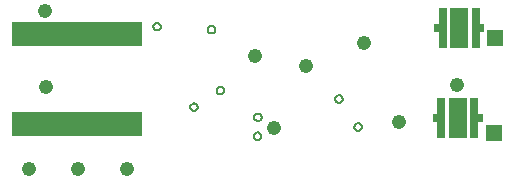
<source format=gbs>
G75*
G70*
%OFA0B0*%
%FSLAX24Y24*%
%IPPOS*%
%LPD*%
%AMOC8*
5,1,8,0,0,1.08239X$1,22.5*
%
%ADD10C,0.0050*%
%ADD11R,0.0592X0.1379*%
%ADD12R,0.0434X0.0277*%
%ADD13R,0.0276X0.1378*%
%ADD14R,0.4330X0.0830*%
%ADD15C,0.0476*%
%ADD16R,0.0580X0.0580*%
D10*
X010355Y005698D02*
X010357Y005720D01*
X010363Y005741D01*
X010372Y005760D01*
X010384Y005778D01*
X010400Y005794D01*
X010417Y005806D01*
X010437Y005815D01*
X010458Y005821D01*
X010480Y005823D01*
X010502Y005821D01*
X010523Y005815D01*
X010542Y005806D01*
X010560Y005794D01*
X010576Y005778D01*
X010588Y005760D01*
X010597Y005741D01*
X010603Y005720D01*
X010605Y005698D01*
X010603Y005676D01*
X010597Y005655D01*
X010588Y005636D01*
X010576Y005618D01*
X010560Y005602D01*
X010543Y005590D01*
X010523Y005581D01*
X010502Y005575D01*
X010480Y005573D01*
X010458Y005575D01*
X010437Y005581D01*
X010417Y005590D01*
X010400Y005602D01*
X010384Y005618D01*
X010372Y005635D01*
X010363Y005655D01*
X010357Y005676D01*
X010355Y005698D01*
X010365Y006328D02*
X010367Y006350D01*
X010373Y006371D01*
X010382Y006390D01*
X010394Y006408D01*
X010410Y006424D01*
X010427Y006436D01*
X010447Y006445D01*
X010468Y006451D01*
X010490Y006453D01*
X010512Y006451D01*
X010533Y006445D01*
X010552Y006436D01*
X010570Y006424D01*
X010586Y006408D01*
X010598Y006390D01*
X010607Y006371D01*
X010613Y006350D01*
X010615Y006328D01*
X010613Y006306D01*
X010607Y006285D01*
X010598Y006266D01*
X010586Y006248D01*
X010570Y006232D01*
X010553Y006220D01*
X010533Y006211D01*
X010512Y006205D01*
X010490Y006203D01*
X010468Y006205D01*
X010447Y006211D01*
X010427Y006220D01*
X010410Y006232D01*
X010394Y006248D01*
X010382Y006265D01*
X010373Y006285D01*
X010367Y006306D01*
X010365Y006328D01*
X009115Y007218D02*
X009117Y007240D01*
X009123Y007261D01*
X009132Y007280D01*
X009144Y007298D01*
X009160Y007314D01*
X009177Y007326D01*
X009197Y007335D01*
X009218Y007341D01*
X009240Y007343D01*
X009262Y007341D01*
X009283Y007335D01*
X009302Y007326D01*
X009320Y007314D01*
X009336Y007298D01*
X009348Y007280D01*
X009357Y007261D01*
X009363Y007240D01*
X009365Y007218D01*
X009363Y007196D01*
X009357Y007175D01*
X009348Y007156D01*
X009336Y007138D01*
X009320Y007122D01*
X009303Y007110D01*
X009283Y007101D01*
X009262Y007095D01*
X009240Y007093D01*
X009218Y007095D01*
X009197Y007101D01*
X009177Y007110D01*
X009160Y007122D01*
X009144Y007138D01*
X009132Y007155D01*
X009123Y007175D01*
X009117Y007196D01*
X009115Y007218D01*
X008235Y006668D02*
X008237Y006690D01*
X008243Y006711D01*
X008252Y006730D01*
X008264Y006748D01*
X008280Y006764D01*
X008297Y006776D01*
X008317Y006785D01*
X008338Y006791D01*
X008360Y006793D01*
X008382Y006791D01*
X008403Y006785D01*
X008422Y006776D01*
X008440Y006764D01*
X008456Y006748D01*
X008468Y006730D01*
X008477Y006711D01*
X008483Y006690D01*
X008485Y006668D01*
X008483Y006646D01*
X008477Y006625D01*
X008468Y006606D01*
X008456Y006588D01*
X008440Y006572D01*
X008423Y006560D01*
X008403Y006551D01*
X008382Y006545D01*
X008360Y006543D01*
X008338Y006545D01*
X008317Y006551D01*
X008297Y006560D01*
X008280Y006572D01*
X008264Y006588D01*
X008252Y006605D01*
X008243Y006625D01*
X008237Y006646D01*
X008235Y006668D01*
X008815Y009248D02*
X008817Y009270D01*
X008823Y009291D01*
X008832Y009310D01*
X008844Y009328D01*
X008860Y009344D01*
X008877Y009356D01*
X008897Y009365D01*
X008918Y009371D01*
X008940Y009373D01*
X008962Y009371D01*
X008983Y009365D01*
X009002Y009356D01*
X009020Y009344D01*
X009036Y009328D01*
X009048Y009310D01*
X009057Y009291D01*
X009063Y009270D01*
X009065Y009248D01*
X009063Y009226D01*
X009057Y009205D01*
X009048Y009186D01*
X009036Y009168D01*
X009020Y009152D01*
X009003Y009140D01*
X008983Y009131D01*
X008962Y009125D01*
X008940Y009123D01*
X008918Y009125D01*
X008897Y009131D01*
X008877Y009140D01*
X008860Y009152D01*
X008844Y009168D01*
X008832Y009185D01*
X008823Y009205D01*
X008817Y009226D01*
X008815Y009248D01*
X007005Y009348D02*
X007007Y009370D01*
X007013Y009391D01*
X007022Y009410D01*
X007034Y009428D01*
X007050Y009444D01*
X007067Y009456D01*
X007087Y009465D01*
X007108Y009471D01*
X007130Y009473D01*
X007152Y009471D01*
X007173Y009465D01*
X007192Y009456D01*
X007210Y009444D01*
X007226Y009428D01*
X007238Y009410D01*
X007247Y009391D01*
X007253Y009370D01*
X007255Y009348D01*
X007253Y009326D01*
X007247Y009305D01*
X007238Y009286D01*
X007226Y009268D01*
X007210Y009252D01*
X007193Y009240D01*
X007173Y009231D01*
X007152Y009225D01*
X007130Y009223D01*
X007108Y009225D01*
X007087Y009231D01*
X007067Y009240D01*
X007050Y009252D01*
X007034Y009268D01*
X007022Y009285D01*
X007013Y009305D01*
X007007Y009326D01*
X007005Y009348D01*
X013065Y006938D02*
X013067Y006960D01*
X013073Y006981D01*
X013082Y007000D01*
X013094Y007018D01*
X013110Y007034D01*
X013127Y007046D01*
X013147Y007055D01*
X013168Y007061D01*
X013190Y007063D01*
X013212Y007061D01*
X013233Y007055D01*
X013252Y007046D01*
X013270Y007034D01*
X013286Y007018D01*
X013298Y007000D01*
X013307Y006981D01*
X013313Y006960D01*
X013315Y006938D01*
X013313Y006916D01*
X013307Y006895D01*
X013298Y006876D01*
X013286Y006858D01*
X013270Y006842D01*
X013253Y006830D01*
X013233Y006821D01*
X013212Y006815D01*
X013190Y006813D01*
X013168Y006815D01*
X013147Y006821D01*
X013127Y006830D01*
X013110Y006842D01*
X013094Y006858D01*
X013082Y006875D01*
X013073Y006895D01*
X013067Y006916D01*
X013065Y006938D01*
X013705Y006008D02*
X013707Y006030D01*
X013713Y006051D01*
X013722Y006070D01*
X013734Y006088D01*
X013750Y006104D01*
X013767Y006116D01*
X013787Y006125D01*
X013808Y006131D01*
X013830Y006133D01*
X013852Y006131D01*
X013873Y006125D01*
X013892Y006116D01*
X013910Y006104D01*
X013926Y006088D01*
X013938Y006070D01*
X013947Y006051D01*
X013953Y006030D01*
X013955Y006008D01*
X013953Y005986D01*
X013947Y005965D01*
X013938Y005946D01*
X013926Y005928D01*
X013910Y005912D01*
X013893Y005900D01*
X013873Y005891D01*
X013852Y005885D01*
X013830Y005883D01*
X013808Y005885D01*
X013787Y005891D01*
X013767Y005900D01*
X013750Y005912D01*
X013734Y005928D01*
X013722Y005945D01*
X013713Y005965D01*
X013707Y005986D01*
X013705Y006008D01*
D11*
X017150Y006298D03*
X017200Y009318D03*
D12*
X017829Y009318D03*
X016570Y009318D03*
X016520Y006298D03*
X017779Y006298D03*
D13*
X017701Y006298D03*
X016598Y006298D03*
X016648Y009318D03*
X017751Y009318D03*
D14*
X004470Y009113D03*
X004470Y006113D03*
D15*
X002870Y004618D03*
X004495Y004618D03*
X006120Y004618D03*
X003430Y007348D03*
X003400Y009868D03*
X010380Y008358D03*
X012080Y008028D03*
X014040Y008818D03*
X017140Y007388D03*
X015180Y006168D03*
X011020Y005958D03*
D16*
X018370Y005818D03*
X018400Y008968D03*
M02*

</source>
